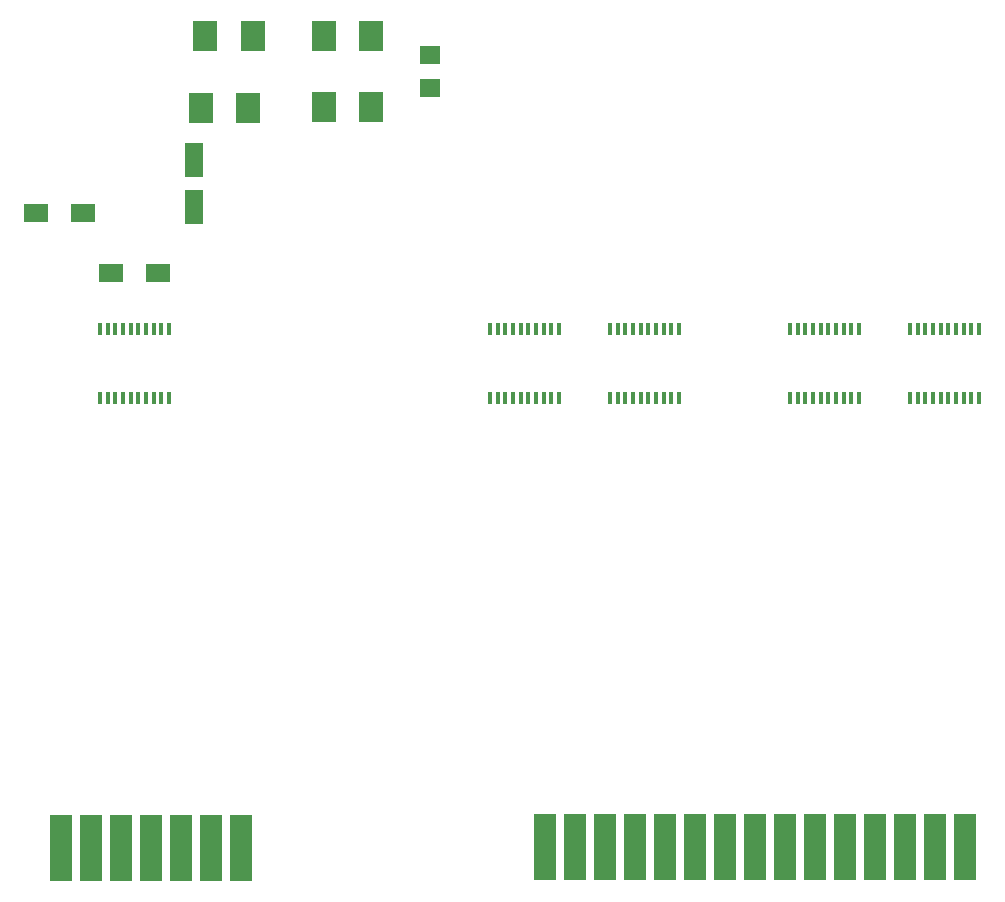
<source format=gtp>
%TF.GenerationSoftware,KiCad,Pcbnew,4.0.2+dfsg1-stable*%
%TF.CreationDate,2019-05-17T07:49:38+02:00*%
%TF.ProjectId,abex,616265782E6B696361645F7063620000,rev?*%
%TF.FileFunction,Paste,Top*%
%FSLAX46Y46*%
G04 Gerber Fmt 4.6, Leading zero omitted, Abs format (unit mm)*
G04 Created by KiCad (PCBNEW 4.0.2+dfsg1-stable) date Fri 17 May 2019 07:49:38 CEST*
%MOMM*%
G01*
G04 APERTURE LIST*
%ADD10C,0.100000*%
%ADD11R,2.000000X1.600000*%
%ADD12R,1.501140X2.999740*%
%ADD13R,1.930400X5.588000*%
%ADD14R,1.800860X1.597660*%
%ADD15R,2.000000X2.500000*%
%ADD16R,0.400000X1.000000*%
G04 APERTURE END LIST*
D10*
D11*
X85630000Y-127000000D03*
X89630000Y-127000000D03*
X95980000Y-132080000D03*
X91980000Y-132080000D03*
D12*
X99060000Y-122461020D03*
X99060000Y-126458980D03*
D13*
X164330000Y-180652000D03*
X161790000Y-180652000D03*
X159250000Y-180652000D03*
X156710000Y-180652000D03*
X154170000Y-180652000D03*
X151630000Y-180652000D03*
X149090000Y-180652000D03*
X146550000Y-180652000D03*
X144010000Y-180652000D03*
X141470000Y-180652000D03*
X138930000Y-180652000D03*
X136390000Y-180652000D03*
X133850000Y-180652000D03*
X131310000Y-180652000D03*
X128770000Y-180652000D03*
D14*
X119000000Y-113580140D03*
X119000000Y-116419860D03*
D13*
X103022000Y-180690000D03*
X100482000Y-180690000D03*
X97942000Y-180690000D03*
X95402000Y-180690000D03*
X92862000Y-180690000D03*
X90322000Y-180690000D03*
X87782000Y-180690000D03*
D15*
X114000000Y-118000000D03*
X110000000Y-118000000D03*
X110000000Y-112000000D03*
X114000000Y-112000000D03*
X100000000Y-112000000D03*
X104000000Y-112000000D03*
D16*
X165485000Y-136800000D03*
X164835000Y-136800000D03*
X164185000Y-136800000D03*
X163535000Y-136800000D03*
X162885000Y-136800000D03*
X162235000Y-136800000D03*
X161585000Y-136800000D03*
X160935000Y-136800000D03*
X160285000Y-136800000D03*
X159635000Y-136800000D03*
X159635000Y-142600000D03*
X160285000Y-142600000D03*
X160935000Y-142600000D03*
X161585000Y-142600000D03*
X162235000Y-142600000D03*
X162885000Y-142600000D03*
X163535000Y-142600000D03*
X164185000Y-142600000D03*
X164835000Y-142600000D03*
X165485000Y-142600000D03*
X129925000Y-136800000D03*
X129275000Y-136800000D03*
X128625000Y-136800000D03*
X127975000Y-136800000D03*
X127325000Y-136800000D03*
X126675000Y-136800000D03*
X126025000Y-136800000D03*
X125375000Y-136800000D03*
X124725000Y-136800000D03*
X124075000Y-136800000D03*
X124075000Y-142600000D03*
X124725000Y-142600000D03*
X125375000Y-142600000D03*
X126025000Y-142600000D03*
X126675000Y-142600000D03*
X127325000Y-142600000D03*
X127975000Y-142600000D03*
X128625000Y-142600000D03*
X129275000Y-142600000D03*
X129925000Y-142600000D03*
X140085000Y-136800000D03*
X139435000Y-136800000D03*
X138785000Y-136800000D03*
X138135000Y-136800000D03*
X137485000Y-136800000D03*
X136835000Y-136800000D03*
X136185000Y-136800000D03*
X135535000Y-136800000D03*
X134885000Y-136800000D03*
X134235000Y-136800000D03*
X134235000Y-142600000D03*
X134885000Y-142600000D03*
X135535000Y-142600000D03*
X136185000Y-142600000D03*
X136835000Y-142600000D03*
X137485000Y-142600000D03*
X138135000Y-142600000D03*
X138785000Y-142600000D03*
X139435000Y-142600000D03*
X140085000Y-142600000D03*
X155325000Y-136800000D03*
X154675000Y-136800000D03*
X154025000Y-136800000D03*
X153375000Y-136800000D03*
X152725000Y-136800000D03*
X152075000Y-136800000D03*
X151425000Y-136800000D03*
X150775000Y-136800000D03*
X150125000Y-136800000D03*
X149475000Y-136800000D03*
X149475000Y-142600000D03*
X150125000Y-142600000D03*
X150775000Y-142600000D03*
X151425000Y-142600000D03*
X152075000Y-142600000D03*
X152725000Y-142600000D03*
X153375000Y-142600000D03*
X154025000Y-142600000D03*
X154675000Y-142600000D03*
X155325000Y-142600000D03*
D15*
X103600000Y-118110000D03*
X99600000Y-118110000D03*
D16*
X96905000Y-136800000D03*
X96255000Y-136800000D03*
X95605000Y-136800000D03*
X94955000Y-136800000D03*
X94305000Y-136800000D03*
X93655000Y-136800000D03*
X93005000Y-136800000D03*
X92355000Y-136800000D03*
X91705000Y-136800000D03*
X91055000Y-136800000D03*
X91055000Y-142600000D03*
X91705000Y-142600000D03*
X92355000Y-142600000D03*
X93005000Y-142600000D03*
X93655000Y-142600000D03*
X94305000Y-142600000D03*
X94955000Y-142600000D03*
X95605000Y-142600000D03*
X96255000Y-142600000D03*
X96905000Y-142600000D03*
M02*

</source>
